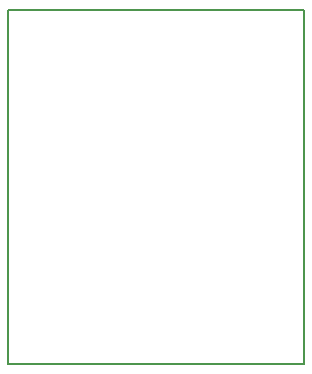
<source format=gbr>
G04 #@! TF.FileFunction,Profile,NP*
%FSLAX46Y46*%
G04 Gerber Fmt 4.6, Leading zero omitted, Abs format (unit mm)*
G04 Created by KiCad (PCBNEW 4.0.2+e4-6225~38~ubuntu16.04.1-stable) date fre  5 aug 2016 15:05:03*
%MOMM*%
G01*
G04 APERTURE LIST*
%ADD10C,0.100000*%
%ADD11C,0.150000*%
G04 APERTURE END LIST*
D10*
D11*
X125000000Y-130000000D02*
X125000000Y-100000000D01*
X100000000Y-130000000D02*
X125000000Y-130000000D01*
X100000000Y-100000000D02*
X100000000Y-130000000D01*
X100000000Y-100000000D02*
X125000000Y-100000000D01*
M02*

</source>
